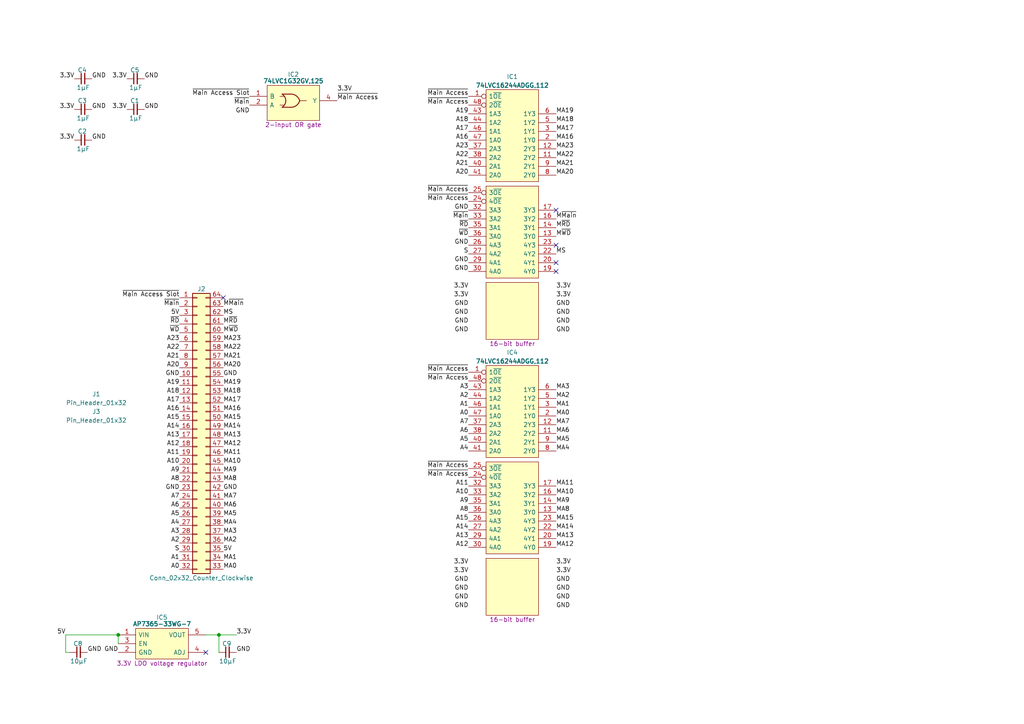
<source format=kicad_sch>
(kicad_sch (version 20230121) (generator eeschema)
  (paper "A4")
  (title_block (title "Main Memory Address") (date "2023-12-05") (rev "V0"))
  (lib_symbols
    (symbol "Connector_Generic:Conn_02x32_Counter_Clockwise" (pin_names (offset 1.016) hide)
      (property "Reference" "J" (at 1.27 40.64 0))
      (property "Value" "Conn_02x32_Counter_Clockwise" (at 1.27 -43.18 0))
      (symbol "Conn_02x32_Counter_Clockwise_1_1"
        (rectangle (start -1.27 -40.513) (end 0 -40.767) (stroke (width 0.1524)))
        (rectangle (start -1.27 -37.973) (end 0 -38.227) (stroke (width 0.1524)))
        (rectangle (start -1.27 -35.433) (end 0 -35.687) (stroke (width 0.1524)))
        (rectangle (start -1.27 -32.893) (end 0 -33.147) (stroke (width 0.1524)))
        (rectangle (start -1.27 -30.353) (end 0 -30.607) (stroke (width 0.1524)))
        (rectangle (start -1.27 -27.813) (end 0 -28.067) (stroke (width 0.1524)))
        (rectangle (start -1.27 -25.273) (end 0 -25.527) (stroke (width 0.1524)))
        (rectangle (start -1.27 -22.733) (end 0 -22.987) (stroke (width 0.1524)))
        (rectangle (start -1.27 -20.193) (end 0 -20.447) (stroke (width 0.1524)))
        (rectangle (start -1.27 -17.653) (end 0 -17.907) (stroke (width 0.1524)))
        (rectangle (start -1.27 -15.113) (end 0 -15.367) (stroke (width 0.1524)))
        (rectangle (start -1.27 -12.573) (end 0 -12.827) (stroke (width 0.1524)))
        (rectangle (start -1.27 -10.033) (end 0 -10.287) (stroke (width 0.1524)))
        (rectangle (start -1.27 -7.493) (end 0 -7.747) (stroke (width 0.1524)))
        (rectangle (start -1.27 -4.953) (end 0 -5.207) (stroke (width 0.1524)))
        (rectangle (start -1.27 -2.413) (end 0 -2.667) (stroke (width 0.1524)))
        (rectangle (start -1.27 0.127) (end 0 -0.127) (stroke (width 0.1524)))
        (rectangle (start -1.27 2.667) (end 0 2.413) (stroke (width 0.1524)))
        (rectangle (start -1.27 5.207) (end 0 4.953) (stroke (width 0.1524)))
        (rectangle (start -1.27 7.747) (end 0 7.493) (stroke (width 0.1524)))
        (rectangle (start -1.27 10.287) (end 0 10.033) (stroke (width 0.1524)))
        (rectangle (start -1.27 12.827) (end 0 12.573) (stroke (width 0.1524)))
        (rectangle (start -1.27 15.367) (end 0 15.113) (stroke (width 0.1524)))
        (rectangle (start -1.27 17.907) (end 0 17.653) (stroke (width 0.1524)))
        (rectangle (start -1.27 20.447) (end 0 20.193) (stroke (width 0.1524)))
        (rectangle (start -1.27 22.987) (end 0 22.733) (stroke (width 0.1524)))
        (rectangle (start -1.27 25.527) (end 0 25.273) (stroke (width 0.1524)))
        (rectangle (start -1.27 28.067) (end 0 27.813) (stroke (width 0.1524)))
        (rectangle (start -1.27 30.607) (end 0 30.353) (stroke (width 0.1524)))
        (rectangle (start -1.27 33.147) (end 0 32.893) (stroke (width 0.1524)))
        (rectangle (start -1.27 35.687) (end 0 35.433) (stroke (width 0.1524)))
        (rectangle (start -1.27 38.227) (end 0 37.973) (stroke (width 0.1524)))
        (rectangle (start -1.27 39.37) (end 3.81 -41.91) (stroke (width 0.254)) (fill (type background)))
        (rectangle (start 3.81 -40.513) (end 2.54 -40.767) (stroke (width 0.1524)))
        (rectangle (start 3.81 -37.973) (end 2.54 -38.227) (stroke (width 0.1524)))
        (rectangle (start 3.81 -35.433) (end 2.54 -35.687) (stroke (width 0.1524)))
        (rectangle (start 3.81 -32.893) (end 2.54 -33.147) (stroke (width 0.1524)))
        (rectangle (start 3.81 -30.353) (end 2.54 -30.607) (stroke (width 0.1524)))
        (rectangle (start 3.81 -27.813) (end 2.54 -28.067) (stroke (width 0.1524)))
        (rectangle (start 3.81 -25.273) (end 2.54 -25.527) (stroke (width 0.1524)))
        (rectangle (start 3.81 -22.733) (end 2.54 -22.987) (stroke (width 0.1524)))
        (rectangle (start 3.81 -20.193) (end 2.54 -20.447) (stroke (width 0.1524)))
        (rectangle (start 3.81 -17.653) (end 2.54 -17.907) (stroke (width 0.1524)))
        (rectangle (start 3.81 -15.113) (end 2.54 -15.367) (stroke (width 0.1524)))
        (rectangle (start 3.81 -12.573) (end 2.54 -12.827) (stroke (width 0.1524)))
        (rectangle (start 3.81 -10.033) (end 2.54 -10.287) (stroke (width 0.1524)))
        (rectangle (start 3.81 -7.493) (end 2.54 -7.747) (stroke (width 0.1524)))
        (rectangle (start 3.81 -4.953) (end 2.54 -5.207) (stroke (width 0.1524)))
        (rectangle (start 3.81 -2.413) (end 2.54 -2.667) (stroke (width 0.1524)))
        (rectangle (start 3.81 0.127) (end 2.54 -0.127) (stroke (width 0.1524)))
        (rectangle (start 3.81 2.667) (end 2.54 2.413) (stroke (width 0.1524)))
        (rectangle (start 3.81 5.207) (end 2.54 4.953) (stroke (width 0.1524)))
        (rectangle (start 3.81 7.747) (end 2.54 7.493) (stroke (width 0.1524)))
        (rectangle (start 3.81 10.287) (end 2.54 10.033) (stroke (width 0.1524)))
        (rectangle (start 3.81 12.827) (end 2.54 12.573) (stroke (width 0.1524)))
        (rectangle (start 3.81 15.367) (end 2.54 15.113) (stroke (width 0.1524)))
        (rectangle (start 3.81 17.907) (end 2.54 17.653) (stroke (width 0.1524)))
        (rectangle (start 3.81 20.447) (end 2.54 20.193) (stroke (width 0.1524)))
        (rectangle (start 3.81 22.987) (end 2.54 22.733) (stroke (width 0.1524)))
        (rectangle (start 3.81 25.527) (end 2.54 25.273) (stroke (width 0.1524)))
        (rectangle (start 3.81 28.067) (end 2.54 27.813) (stroke (width 0.1524)))
        (rectangle (start 3.81 30.607) (end 2.54 30.353) (stroke (width 0.1524)))
        (rectangle (start 3.81 33.147) (end 2.54 32.893) (stroke (width 0.1524)))
        (rectangle (start 3.81 35.687) (end 2.54 35.433) (stroke (width 0.1524)))
        (rectangle (start 3.81 38.227) (end 2.54 37.973) (stroke (width 0.1524)))
        (pin passive line (at -5.08 38.1 0) (length 3.81) (name "Pin_1") (number "1"))
        (pin passive line (at -5.08 15.24 0) (length 3.81) (name "Pin_10") (number "10"))
        (pin passive line (at -5.08 12.7 0) (length 3.81) (name "Pin_11") (number "11"))
        (pin passive line (at -5.08 10.16 0) (length 3.81) (name "Pin_12") (number "12"))
        (pin passive line (at -5.08 7.62 0) (length 3.81) (name "Pin_13") (number "13"))
        (pin passive line (at -5.08 5.08 0) (length 3.81) (name "Pin_14") (number "14"))
        (pin passive line (at -5.08 2.54 0) (length 3.81) (name "Pin_15") (number "15"))
        (pin passive line (at -5.08 0 0) (length 3.81) (name "Pin_16") (number "16"))
        (pin passive line (at -5.08 -2.54 0) (length 3.81) (name "Pin_17") (number "17"))
        (pin passive line (at -5.08 -5.08 0) (length 3.81) (name "Pin_18") (number "18"))
        (pin passive line (at -5.08 -7.62 0) (length 3.81) (name "Pin_19") (number "19"))
        (pin passive line (at -5.08 35.56 0) (length 3.81) (name "Pin_2") (number "2"))
        (pin passive line (at -5.08 -10.16 0) (length 3.81) (name "Pin_20") (number "20"))
        (pin passive line (at -5.08 -12.7 0) (length 3.81) (name "Pin_21") (number "21"))
        (pin passive line (at -5.08 -15.24 0) (length 3.81) (name "Pin_22") (number "22"))
        (pin passive line (at -5.08 -17.78 0) (length 3.81) (name "Pin_23") (number "23"))
        (pin passive line (at -5.08 -20.32 0) (length 3.81) (name "Pin_24") (number "24"))
        (pin passive line (at -5.08 -22.86 0) (length 3.81) (name "Pin_25") (number "25"))
        (pin passive line (at -5.08 -25.4 0) (length 3.81) (name "Pin_26") (number "26"))
        (pin passive line (at -5.08 -27.94 0) (length 3.81) (name "Pin_27") (number "27"))
        (pin passive line (at -5.08 -30.48 0) (length 3.81) (name "Pin_28") (number "28"))
        (pin passive line (at -5.08 -33.02 0) (length 3.81) (name "Pin_29") (number "29"))
        (pin passive line (at -5.08 33.02 0) (length 3.81) (name "Pin_3") (number "3"))
        (pin passive line (at -5.08 -35.56 0) (length 3.81) (name "Pin_30") (number "30"))
        (pin passive line (at -5.08 -38.1 0) (length 3.81) (name "Pin_31") (number "31"))
        (pin passive line (at -5.08 -40.64 0) (length 3.81) (name "Pin_32") (number "32"))
        (pin passive line (at 7.62 -40.64 180) (length 3.81) (name "Pin_33") (number "33"))
        (pin passive line (at 7.62 -38.1 180) (length 3.81) (name "Pin_34") (number "34"))
        (pin passive line (at 7.62 -35.56 180) (length 3.81) (name "Pin_35") (number "35"))
        (pin passive line (at 7.62 -33.02 180) (length 3.81) (name "Pin_36") (number "36"))
        (pin passive line (at 7.62 -30.48 180) (length 3.81) (name "Pin_37") (number "37"))
        (pin passive line (at 7.62 -27.94 180) (length 3.81) (name "Pin_38") (number "38"))
        (pin passive line (at 7.62 -25.4 180) (length 3.81) (name "Pin_39") (number "39"))
        (pin passive line (at -5.08 30.48 0) (length 3.81) (name "Pin_4") (number "4"))
        (pin passive line (at 7.62 -22.86 180) (length 3.81) (name "Pin_40") (number "40"))
        (pin passive line (at 7.62 -20.32 180) (length 3.81) (name "Pin_41") (number "41"))
        (pin passive line (at 7.62 -17.78 180) (length 3.81) (name "Pin_42") (number "42"))
        (pin passive line (at 7.62 -15.24 180) (length 3.81) (name "Pin_43") (number "43"))
        (pin passive line (at 7.62 -12.7 180) (length 3.81) (name "Pin_44") (number "44"))
        (pin passive line (at 7.62 -10.16 180) (length 3.81) (name "Pin_45") (number "45"))
        (pin passive line (at 7.62 -7.62 180) (length 3.81) (name "Pin_46") (number "46"))
        (pin passive line (at 7.62 -5.08 180) (length 3.81) (name "Pin_47") (number "47"))
        (pin passive line (at 7.62 -2.54 180) (length 3.81) (name "Pin_48") (number "48"))
        (pin passive line (at 7.62 0 180) (length 3.81) (name "Pin_49") (number "49"))
        (pin passive line (at -5.08 27.94 0) (length 3.81) (name "Pin_5") (number "5"))
        (pin passive line (at 7.62 2.54 180) (length 3.81) (name "Pin_50") (number "50"))
        (pin passive line (at 7.62 5.08 180) (length 3.81) (name "Pin_51") (number "51"))
        (pin passive line (at 7.62 7.62 180) (length 3.81) (name "Pin_52") (number "52"))
        (pin passive line (at 7.62 10.16 180) (length 3.81) (name "Pin_53") (number "53"))
        (pin passive line (at 7.62 12.7 180) (length 3.81) (name "Pin_54") (number "54"))
        (pin passive line (at 7.62 15.24 180) (length 3.81) (name "Pin_55") (number "55"))
        (pin passive line (at 7.62 17.78 180) (length 3.81) (name "Pin_56") (number "56"))
        (pin passive line (at 7.62 20.32 180) (length 3.81) (name "Pin_57") (number "57"))
        (pin passive line (at 7.62 22.86 180) (length 3.81) (name "Pin_58") (number "58"))
        (pin passive line (at 7.62 25.4 180) (length 3.81) (name "Pin_59") (number "59"))
        (pin passive line (at -5.08 25.4 0) (length 3.81) (name "Pin_6") (number "6"))
        (pin passive line (at 7.62 27.94 180) (length 3.81) (name "Pin_60") (number "60"))
        (pin passive line (at 7.62 30.48 180) (length 3.81) (name "Pin_61") (number "61"))
        (pin passive line (at 7.62 33.02 180) (length 3.81) (name "Pin_62") (number "62"))
        (pin passive line (at 7.62 35.56 180) (length 3.81) (name "Pin_63") (number "63"))
        (pin passive line (at 7.62 38.1 180) (length 3.81) (name "Pin_64") (number "64"))
        (pin passive line (at -5.08 22.86 0) (length 3.81) (name "Pin_7") (number "7"))
        (pin passive line (at -5.08 20.32 0) (length 3.81) (name "Pin_8") (number "8"))
        (pin passive line (at -5.08 17.78 0) (length 3.81) (name "Pin_9") (number "9"))
      )
    )
    (symbol "Diodes_Inc:AP7365-33WG-7" (pin_names (offset 0.762))
      (property "Reference" "IC" (at 12.7 5.08 0))
      (property "Value" "AP7365-33WG-7" (at 12.7 3.175 0))
      (property "Description" "3.3V LDO voltage regulator" (at 12.7 -8.255 0))
      (symbol "AP7365-33WG-7_0_0"
        (pin passive line (at 0 0 0) (length 5.08) (name "VIN") (number "1"))
        (pin passive line (at 0 -5.08 0) (length 5.08) (name "GND") (number "2"))
        (pin input line (at 0 -2.54 0) (length 5.08) (name "EN") (number "3"))
        (pin passive line (at 25.4 -5.08 180) (length 5.08) (name "ADJ") (number "4"))
        (pin passive line (at 25.4 0 180) (length 5.08) (name "VOUT") (number "5"))
      )
      (symbol "AP7365-33WG-7_0_1"
        (polyline (pts (xy 5.08 1.905) (xy 20.32 1.905) (xy 20.32 -6.985) (xy 5.08 -6.985) (xy 5.08 1.905)) (fill (type background)))
      )
    )
    (symbol "HCP65:C_0805" (pin_numbers hide) (pin_names (offset 0.254) hide)
      (property "Reference" "C" (at 2.286 2.54 0))
      (property "Value" "?μF" (at 2.54 -2.54 0))
      (symbol "C_0805_0_1"
        (polyline (pts (xy 1.9685 -1.4605) (xy 1.9685 1.5875)) (stroke (width 0.3048)))
        (polyline (pts (xy 2.9845 -1.4605) (xy 2.9845 1.5875)) (stroke (width 0.3302)))
      )
      (symbol "C_0805_1_1"
        (pin passive line (at 0 0 0) (length 2.032) (name "~") (number "1"))
        (pin passive line (at 5.08 0 180) (length 2.032) (name "~") (number "2"))
      )
    )
    (symbol "HCP65:Pin_Header_01x32" (pin_names (offset 1.016) hide)
      (property "Reference" "J" (at 0 1.27 0))
      (property "Value" "Pin_Header_01x32" (at 0 -1.27 0))
    )
    (symbol "Nexperia:74LVC16244ADGG,112" (pin_names (offset 0.762))
      (property "Reference" "IC" (at 12.7 5.715 0))
      (property "Value" "74LVC16244ADGG,112" (at 12.7 3.175 0))
      (property "Description" "16-bit buffer" (at 12.7 -71.755 0))
      (symbol "74LVC16244ADGG,112_0_0"
        (pin input inverted (at 0 0 0) (length 5.08) (name "1~{OE}") (number "1"))
        (pin tri_state line (at 25.4 -17.78 180) (length 5.08) (name "2Y2") (number "11"))
        (pin tri_state line (at 25.4 -15.24 180) (length 5.08) (name "2Y3") (number "12"))
        (pin tri_state line (at 25.4 -40.64 180) (length 5.08) (name "3Y0") (number "13"))
        (pin tri_state line (at 25.4 -38.1 180) (length 5.08) (name "3Y1") (number "14"))
        (pin tri_state line (at 25.4 -35.56 180) (length 5.08) (name "3Y2") (number "16"))
        (pin tri_state line (at 25.4 -50.8 180) (length 5.08) (name "4Y0") (number "19"))
        (pin tri_state line (at 25.4 -12.7 180) (length 5.08) (name "1Y0") (number "2"))
        (pin tri_state line (at 25.4 -48.26 180) (length 5.08) (name "4Y1") (number "20"))
        (pin tri_state line (at 25.4 -45.72 180) (length 5.08) (name "4Y2") (number "22"))
        (pin tri_state line (at 25.4 -43.18 180) (length 5.08) (name "4Y3") (number "23"))
        (pin input inverted (at 0 -30.48 0) (length 5.08) (name "4~{OE}") (number "24"))
        (pin input inverted (at 0 -27.94 0) (length 5.08) (name "3~{OE}") (number "25"))
        (pin input line (at 0 -43.18 0) (length 5.08) (name "4A3") (number "26"))
        (pin input line (at 0 -45.72 0) (length 5.08) (name "4A2") (number "27"))
        (pin input line (at 0 -48.26 0) (length 5.08) (name "4A1") (number "29"))
        (pin tri_state line (at 25.4 -10.16 180) (length 5.08) (name "1Y1") (number "3"))
        (pin input line (at 0 -50.8 0) (length 5.08) (name "4A0") (number "30"))
        (pin input line (at 0 -33.02 0) (length 5.08) (name "3A3") (number "32"))
        (pin input line (at 0 -35.56 0) (length 5.08) (name "3A2") (number "33"))
        (pin input line (at 0 -38.1 0) (length 5.08) (name "3A1") (number "35"))
        (pin input line (at 0 -40.64 0) (length 5.08) (name "3A0") (number "36"))
        (pin input line (at 0 -15.24 0) (length 5.08) (name "2A3") (number "37"))
        (pin input line (at 0 -17.78 0) (length 5.08) (name "2A2") (number "38"))
        (pin input line (at 0 -20.32 0) (length 5.08) (name "2A1") (number "40"))
        (pin input line (at 0 -5.08 0) (length 5.08) (name "1A3") (number "43"))
        (pin input line (at 0 -7.62 0) (length 5.08) (name "1A2") (number "44"))
        (pin input line (at 0 -10.16 0) (length 5.08) (name "1A1") (number "46"))
        (pin input line (at 0 -12.7 0) (length 5.08) (name "1A0") (number "47"))
        (pin input inverted (at 0 -2.54 0) (length 5.08) (name "2~{OE}") (number "48"))
        (pin tri_state line (at 25.4 -7.62 180) (length 5.08) (name "1Y2") (number "5"))
        (pin tri_state line (at 25.4 -5.08 180) (length 5.08) (name "1Y3") (number "6"))
        (pin tri_state line (at 25.4 -22.86 180) (length 5.08) (name "2Y0") (number "8"))
        (pin tri_state line (at 25.4 -20.32 180) (length 5.08) (name "2Y1") (number "9"))
      )
      (symbol "74LVC16244ADGG,112_0_1"
        (polyline (pts (xy 5.08 -53.975) (xy 20.32 -53.975) (xy 20.32 -70.485) (xy 5.08 -70.485) (xy 5.08 -53.975)) (stroke (width 0.1524)) (fill (type background)))
        (polyline (pts (xy 5.08 -26.035) (xy 20.32 -26.035) (xy 20.32 -52.705) (xy 5.08 -52.705) (xy 5.08 -26.035)) (stroke (width 0.1524)) (fill (type background)))
        (polyline (pts (xy 5.08 1.905) (xy 20.32 1.905) (xy 20.32 -24.765) (xy 5.08 -24.765) (xy 5.08 1.905)) (stroke (width 0.1524)) (fill (type background)))
      )
      (symbol "74LVC16244ADGG,112_1_0"
        (pin passive line (at 0 -63.5 0) (length 5.08) hide (name "GND") (number "10"))
        (pin passive line (at 0 -66.04 0) (length 5.08) hide (name "GND") (number "15"))
        (pin tri_state line (at 25.4 -33.02 180) (length 5.08) (name "3Y3") (number "17"))
        (pin passive line (at 0 -58.42 0) (length 5.08) hide (name "3V") (number "18"))
        (pin passive line (at 0 -68.58 0) (length 5.08) hide (name "GND") (number "21"))
        (pin passive line (at 25.4 -68.58 180) (length 5.08) hide (name "GND") (number "28"))
        (pin passive line (at 25.4 -58.42 180) (length 5.08) hide (name "3V") (number "31"))
        (pin passive line (at 25.4 -66.04 180) (length 5.08) hide (name "GND") (number "34"))
        (pin passive line (at 25.4 -63.5 180) (length 5.08) hide (name "GND") (number "39"))
        (pin passive line (at 0 -60.96 0) (length 5.08) hide (name "GND") (number "4"))
        (pin input line (at 0 -22.86 0) (length 5.08) (name "2A0") (number "41"))
        (pin passive line (at 25.4 -55.88 180) (length 5.08) hide (name "3V") (number "42"))
        (pin passive line (at 25.4 -60.96 180) (length 5.08) hide (name "GND") (number "45"))
        (pin passive line (at 0 -55.88 0) (length 5.08) hide (name "3V") (number "7"))
      )
    )
    (symbol "Nexperia:74LVC1G32GV,125" (pin_names (offset 0.762))
      (property "Reference" "IC" (at 12.7 6.35 0))
      (property "Value" "74LVC1G32GV,125" (at 12.7 4.445 0))
      (property "Description" "2-input OR gate" (at 12.7 -8.255 0))
      (symbol "74LVC1G32GV,125_0_0"
        (pin input line (at 0 0 0) (length 5.08) (name "B") (number "1"))
        (pin input line (at 0 -2.54 0) (length 5.08) (name "A") (number "2"))
        (pin passive line (at 0 -5.08 0) (length 5.08) hide (name "GND") (number "3"))
        (pin output line (at 25.4 -1.27 180) (length 5.08) (name "Y") (number "4"))
        (pin passive line (at 25.4 1.27 180) (length 5.08) hide (name "3V") (number "5"))
      )
      (symbol "74LVC1G32GV,125_0_1"
        (polyline (pts (xy 8.802 -2.54) (xy 10.0719 -2.54)))
        (polyline (pts (xy 8.802 0) (xy 10.0719 0)))
        (polyline (pts (xy 11.977 -3.175) (xy 9.437 -3.175)) (stroke (width 0.254)) (fill (type background)))
        (polyline (pts (xy 11.977 0.635) (xy 9.437 0.635)) (stroke (width 0.254)) (fill (type background)))
        (polyline (pts (xy 14.605 -1.27) (xy 16.51 -1.27)))
        (polyline (pts (xy 5.08 3.175) (xy 20.32 3.175) (xy 20.32 -6.985) (xy 5.08 -6.985) (xy 5.08 3.175)) (stroke (width 0.1524)) (fill (type background)))
        (arc (start 9.437 -3.175) (mid 10.4969 -1.27) (end 9.437 0.635) (stroke (width 0.254)))
        (arc (start 11.977 -3.175) (mid 13.5751 -2.6601) (end 14.517 -1.27) (stroke (width 0.254)))
        (arc (start 14.517 -1.27) (mid 13.5761 0.1213) (end 11.977 0.635) (stroke (width 0.254)))
      )
    )
  )
  (junction (at 34.29 184.15))
  (junction (at 63.5 184.15))
  (no_connect (at 161.29 60.96))
  (no_connect (at 59.69 189.23))
  (no_connect (at 161.29 76.2))
  (no_connect (at 161.29 71.12))
  (no_connect (at 161.29 78.74))
  (no_connect (at 64.77 86.36))
  (wire (pts (xy 63.5 189.23) (xy 63.5 184.15)))
  (wire (pts (xy 19.05 184.15) (xy 34.29 184.15)))
  (wire (pts (xy 34.29 184.15) (xy 34.29 186.69)))
  (wire (pts (xy 59.69 184.15) (xy 63.5 184.15)))
  (wire (pts (xy 19.05 184.15) (xy 19.05 189.23)))
  (wire (pts (xy 19.05 189.23) (xy 20.32 189.23)))
  (wire (pts (xy 63.5 184.15) (xy 68.58 184.15)))
  (label "GND" (at 161.29 93.98 0))
  (label "A21" (at 135.89 48.26 180))
  (label "A12" (at 52.07 129.54 180))
  (label "MA12" (at 64.77 129.54 0))
  (label "M~{Main}" (at 161.29 63.5 0))
  (label "GND" (at 41.91 22.86 0))
  (label "A20" (at 135.89 50.8 180))
  (label "A9" (at 52.07 137.16 180))
  (label "A22" (at 52.07 101.6 180))
  (label "A10" (at 135.89 143.51 180))
  (label "MA0" (at 161.29 120.65 0))
  (label "~{Main}" (at 52.07 88.9 180))
  (label "MA14" (at 64.77 124.46 0))
  (label "3.3V" (at 21.59 22.86 180))
  (label "M~{WD}" (at 161.29 68.58 0))
  (label "MA12" (at 161.29 158.75 0))
  (label "MA4" (at 161.29 130.81 0))
  (label "~{WD}" (at 52.07 96.52 180))
  (label "A1" (at 135.89 118.11 180))
  (label "MA8" (at 161.29 148.59 0))
  (label "MA16" (at 161.29 40.64 0))
  (label "GND" (at 135.89 76.2 180))
  (label "3.3V" (at 161.29 86.36 0))
  (label "MA5" (at 64.77 149.86 0))
  (label "GND" (at 161.29 171.45 0))
  (label "A14" (at 52.07 124.46 180))
  (label "GND" (at 68.58 189.23 0))
  (label "MA13" (at 161.29 156.21 0))
  (label "GND" (at 26.67 31.75 0))
  (label "A6" (at 135.89 125.73 180))
  (label "A8" (at 52.07 139.7 180))
  (label "MA6" (at 161.29 125.73 0))
  (label "A6" (at 52.07 147.32 180))
  (label "S" (at 135.89 73.66 180))
  (label "MA0" (at 64.77 165.1 0))
  (label "GND" (at 26.67 22.86 0))
  (label "MA15" (at 161.29 151.13 0))
  (label "A5" (at 135.89 128.27 180))
  (label "GND" (at 161.29 96.52 0))
  (label "A7" (at 135.89 123.19 180))
  (label "MA21" (at 64.77 104.14 0))
  (label "MA19" (at 64.77 111.76 0))
  (label "A19" (at 52.07 111.76 180))
  (label "3.3V" (at 161.29 166.37 0))
  (label "MA3" (at 161.29 113.03 0))
  (label "MA21" (at 161.29 48.26 0))
  (label "MA6" (at 64.77 147.32 0))
  (label "MA17" (at 64.77 116.84 0))
  (label "GND" (at 25.4 189.23 0))
  (label "5V" (at 19.05 184.15 180))
  (label "A17" (at 135.89 38.1 180))
  (label "~{Main Access}" (at 135.89 135.89 180))
  (label "MA23" (at 64.77 99.06 0))
  (label "GND" (at 135.89 60.96 180))
  (label "A16" (at 52.07 119.38 180))
  (label "GND" (at 135.89 171.45 180))
  (label "A12" (at 135.89 158.75 180))
  (label "A9" (at 135.89 146.05 180))
  (label "GND" (at 135.89 173.99 180))
  (label "A3" (at 135.89 113.03 180))
  (label "GND" (at 34.29 189.23 180))
  (label "~{RD}" (at 52.07 93.98 180))
  (label "GND" (at 135.89 88.9 180))
  (label "MA11" (at 161.29 140.97 0))
  (label "3.3V" (at 135.89 166.37 180))
  (label "3.3V" (at 97.79 26.67 0))
  (label "A4" (at 52.07 152.4 180))
  (label "MA1" (at 64.77 162.56 0))
  (label "A8" (at 135.89 148.59 180))
  (label "GND" (at 64.77 142.24 0))
  (label "A15" (at 52.07 121.92 180))
  (label "3.3V" (at 21.59 31.75 180))
  (label "S" (at 52.07 160.02 180))
  (label "5V" (at 52.07 91.44 180))
  (label "A2" (at 135.89 115.57 180))
  (label "MA15" (at 64.77 121.92 0))
  (label "GND" (at 161.29 91.44 0))
  (label "MS" (at 161.29 73.66 0))
  (label "A18" (at 135.89 35.56 180))
  (label "MA7" (at 64.77 144.78 0))
  (label "3.3V" (at 36.83 31.75 180))
  (label "M~{RD}" (at 64.77 93.98 0))
  (label "MA7" (at 161.29 123.19 0))
  (label "MA22" (at 161.29 45.72 0))
  (label "A0" (at 52.07 165.1 180))
  (label "3.3V" (at 161.29 163.83 0))
  (label "GND" (at 64.77 109.22 0))
  (label "~{RD}" (at 135.89 66.04 180))
  (label "A15" (at 135.89 151.13 180))
  (label "M~{Main}" (at 64.77 88.9 0))
  (label "MA16" (at 64.77 119.38 0))
  (label "MA10" (at 161.29 143.51 0))
  (label "A19" (at 135.89 33.02 180))
  (label "A14" (at 135.89 153.67 180))
  (label "~{Main Access}" (at 135.89 107.95 180))
  (label "MA11" (at 64.77 132.08 0))
  (label "A4" (at 135.89 130.81 180))
  (label "GND" (at 135.89 71.12 180))
  (label "GND" (at 135.89 96.52 180))
  (label "3.3V" (at 36.83 22.86 180))
  (label "MA13" (at 64.77 127 0))
  (label "GND" (at 72.39 33.02 180))
  (label "MA17" (at 161.29 38.1 0))
  (label "~{Main}" (at 72.39 30.48 180))
  (label "MA23" (at 161.29 43.18 0))
  (label "A10" (at 52.07 134.62 180))
  (label "GND" (at 135.89 176.53 180))
  (label "~{WD}" (at 135.89 68.58 180))
  (label "MA9" (at 64.77 137.16 0))
  (label "A22" (at 135.89 45.72 180))
  (label "3.3V" (at 135.89 83.82 180))
  (label "~{Main}" (at 135.89 63.5 180))
  (label "GND" (at 52.07 142.24 180))
  (label "MA19" (at 161.29 33.02 0))
  (label "GND" (at 41.91 31.75 0))
  (label "GND" (at 161.29 88.9 0))
  (label "GND" (at 161.29 176.53 0))
  (label "A17" (at 52.07 116.84 180))
  (label "M~{WD}" (at 64.77 96.52 0))
  (label "~{Main Access Slot}" (at 52.07 86.36 180))
  (label "GND" (at 161.29 168.91 0))
  (label "A23" (at 52.07 99.06 180))
  (label "A7" (at 52.07 144.78 180))
  (label "GND" (at 26.67 40.64 0))
  (label "~{Main Access}" (at 97.79 29.21 0))
  (label "3.3V" (at 68.58 184.15 0))
  (label "MA18" (at 64.77 114.3 0))
  (label "MA4" (at 64.77 152.4 0))
  (label "GND" (at 161.29 173.99 0))
  (label "GND" (at 52.07 109.22 180))
  (label "MA2" (at 64.77 157.48 0))
  (label "A1" (at 52.07 162.56 180))
  (label "GND" (at 135.89 91.44 180))
  (label "5V" (at 64.77 160.02 0))
  (label "MA22" (at 64.77 101.6 0))
  (label "MA10" (at 64.77 134.62 0))
  (label "A23" (at 135.89 43.18 180))
  (label "MA1" (at 161.29 118.11 0))
  (label "MA8" (at 64.77 139.7 0))
  (label "A21" (at 52.07 104.14 180))
  (label "MA2" (at 161.29 115.57 0))
  (label "A11" (at 135.89 140.97 180))
  (label "3.3V" (at 135.89 86.36 180))
  (label "A2" (at 52.07 157.48 180))
  (label "A3" (at 52.07 154.94 180))
  (label "MA18" (at 161.29 35.56 0))
  (label "3.3V" (at 161.29 83.82 0))
  (label "~{Main Access}" (at 135.89 138.43 180))
  (label "~{Main Access}" (at 135.89 110.49 180))
  (label "MA14" (at 161.29 153.67 0))
  (label "~{Main Access}" (at 135.89 58.42 180))
  (label "MA20" (at 64.77 106.68 0))
  (label "~{Main Access Slot}" (at 72.39 27.94 180))
  (label "A16" (at 135.89 40.64 180))
  (label "~{Main Access}" (at 135.89 27.94 180))
  (label "A11" (at 52.07 132.08 180))
  (label "~{Main Access}" (at 135.89 30.48 180))
  (label "A13" (at 135.89 156.21 180))
  (label "3.3V" (at 21.59 40.64 180))
  (label "A13" (at 52.07 127 180))
  (label "A0" (at 135.89 120.65 180))
  (label "3.3V" (at 135.89 163.83 180))
  (label "GND" (at 135.89 93.98 180))
  (label "MA9" (at 161.29 146.05 0))
  (label "MA5" (at 161.29 128.27 0))
  (label "MA3" (at 64.77 154.94 0))
  (label "MA20" (at 161.29 50.8 0))
  (label "GND" (at 135.89 78.74 180))
  (label "A18" (at 52.07 114.3 180))
  (label "MS" (at 64.77 91.44 0))
  (label "M~{RD}" (at 161.29 66.04 0))
  (label "A20" (at 52.07 106.68 180))
  (label "~{Main Access}" (at 135.89 55.88 180))
  (label "GND" (at 135.89 168.91 180))
  (label "A5" (at 52.07 149.86 180))
  (symbol (lib_id "HCP65:C_0805") (at 21.59 31.75 0) (unit 1)
    (property "Reference" "C3" (at 23.876 29.21 0))
    (property "Value" "1μF" (at 24.13 34.29 0))
    (property "Footprint" "SamacSys_Parts:C_0805" (effects hide))
  )
  (symbol (lib_id "HCP65:C_0805") (at 21.59 40.64 0) (unit 1)
    (property "Reference" "C2" (at 23.876 38.1 0))
    (property "Value" "1μF" (at 24.13 43.18 0))
    (property "Footprint" "SamacSys_Parts:C_0805" (effects hide))
  )
  (symbol (lib_id "HCP65:Pin_Header_01x32") (at 27.94 115.57 0) (unit 1)
    (property "Reference" "J1" (at 27.94 114.3 0))
    (property "Value" "Pin_Header_01x32" (at 27.94 116.84 0))
    (property "Footprint" "SamacSys_Parts:PinHeader_1x32_P2.54mm_Vertical" (effects hide))
  )
  (symbol (lib_id "HCP65:C_0805") (at 20.32 189.23 0) (unit 1)
    (property "Reference" "C8" (at 22.606 186.69 0))
    (property "Value" "10µF" (at 20.32 191.77 0) (effects (justify left)))
    (property "Footprint" "SamacSys_Parts:C_0805" (effects hide))
  )
  (symbol (lib_id "HCP65:C_0805") (at 21.59 22.86 0) (unit 1)
    (property "Reference" "C4" (at 23.876 20.32 0))
    (property "Value" "1μF" (at 24.13 25.4 0))
    (property "Footprint" "SamacSys_Parts:C_0805" (effects hide))
  )
  (symbol (lib_id "Nexperia:74LVC1G32GV,125") (at 72.39 27.94 0) (unit 1)
    (property "Reference" "IC2" (at 85.09 21.59 0))
    (property "Value" "74LVC1G32GV,125" (at 85.09 23.495 0) (effects (font bold)))
    (property "Footprint" "SOT95P275X110-5N" (effects hide))
    (property "Datasheet" "https://assets.nexperia.com/documents/data-sheet/74LVC1G32.pdf" (effects hide))
    (property "Description" "2-input OR gate" (at 85.09 36.195 0))
    (property "Height" "1.1" (effects hide))
    (property "Manufacturer_Name" "Nexperia" (effects hide))
    (property "Manufacturer_Part_Number" "74LVC1G32GV,125" (effects hide))
    (property "Mouser Part Number" "771-LVC1G32GV125" (effects hide))
    (property "Mouser Price/Stock" "https://www.mouser.co.uk/ProductDetail/Nexperia/74LVC1G32GV125?qs=me8TqzrmIYXExQH4V9SARg%3D%3D" (effects hide))
    (property "Silkscreen" "'1G32" (effects hide))
  )
  (symbol (lib_id "HCP65:Pin_Header_01x32") (at 27.94 120.65 0) (unit 1)
    (property "Reference" "J3" (at 27.94 119.38 0))
    (property "Value" "Pin_Header_01x32" (at 27.94 121.92 0))
    (property "Footprint" "SamacSys_Parts:PinHeader_1x32_P2.54mm_Vertical" (effects hide))
  )
  (symbol (lib_id "Diodes_Inc:AP7365-33WG-7") (at 34.29 184.15 0) (unit 1)
    (property "Reference" "IC5" (at 46.99 179.07 0))
    (property "Value" "AP7365-33WG-7" (at 46.99 180.975 0) (effects (font bold)))
    (property "Footprint" "SOT95P285X130-5N" (effects hide))
    (property "Datasheet" "https://componentsearchengine.com/Datasheets/1/AP7365-33WG-7.pdf" (effects hide))
    (property "Description" "3.3V LDO voltage regulator" (at 46.99 192.405 0))
    (property "Height" "1.3" (effects hide))
    (property "Manufacturer_Name" "Diodes Inc." (effects hide))
    (property "Manufacturer_Part_Number" "AP7365-33WG-7" (effects hide))
    (property "Mouser Part Number" "621-AP7365-33WG-7" (effects hide))
    (property "Mouser Price/Stock" "https://www.mouser.co.uk/ProductDetail/Diodes-Incorporated/AP7365-33WG-7?qs=abZ1nkZpTuOZFvxvoFPL0w%3D%3D" (effects hide))
    (property "Arrow Part Number" "AP7365-33WG-7" (effects hide))
    (property "Arrow Price/Stock" "https://www.arrow.com/en/products/ap7365-33wg-7/diodes-incorporated?region=nac" (effects hide))
    (property "Silkscreen" "AP7365" (effects hide))
  )
  (symbol (lib_id "Nexperia:74LVC16244ADGG,112") (at 135.89 107.95 0) (unit 1)
    (property "Reference" "IC4" (at 148.59 102.235 0))
    (property "Value" "74LVC16244ADGG,112" (at 148.59 104.775 0) (effects (font bold)))
    (property "Footprint" "74LVC16244ADGG112" (effects hide))
    (property "Datasheet" "https://assets.nexperia.com/documents/data-sheet/74LVC_LVCH16244A.pdf" (effects hide))
    (property "Description" "16-bit buffer" (at 148.59 179.705 0))
    (property "Height" "1.2" (effects hide))
    (property "Manufacturer_Name" "Nexperia" (effects hide))
    (property "Manufacturer_Part_Number" "74LVC16244ADGG,112" (effects hide))
    (property "Mouser Part Number" "771-74LVC16244DG" (effects hide))
    (property "Mouser Price/Stock" "https://www.mouser.co.uk/ProductDetail/Nexperia/74LVC16244ADGG112?qs=qAI9lz2tHCO4%252BdMkKmxvXA%3D%3D" (effects hide))
    (property "Silkscreen" "74LVC16244" (effects hide))
  )
  (symbol (lib_id "HCP65:C_0805") (at 36.83 22.86 0) (unit 1)
    (property "Reference" "C5" (at 39.116 20.32 0))
    (property "Value" "1μF" (at 39.37 25.4 0))
    (property "Footprint" "SamacSys_Parts:C_0805" (effects hide))
  )
  (symbol (lib_id "HCP65:C_0805") (at 63.5 189.23 0) (unit 1)
    (property "Reference" "C9" (at 65.786 186.69 0))
    (property "Value" "10µF" (at 63.5 191.77 0) (effects (justify left)))
    (property "Footprint" "SamacSys_Parts:C_0805" (effects hide))
  )
  (symbol (lib_id "Connector_Generic:Conn_02x32_Counter_Clockwise") (at 57.15 124.46 0) (unit 1)
    (property "Reference" "J2" (at 58.42 83.82 0))
    (property "Value" "Conn_02x32_Counter_Clockwise" (at 58.42 167.64 0))
    (property "Footprint" "SamacSys_Parts:DIP-64_Board_W15.24mm" (effects hide))
  )
  (symbol (lib_id "HCP65:C_0805") (at 36.83 31.75 0) (unit 1)
    (property "Reference" "C1" (at 39.116 29.21 0))
    (property "Value" "1μF" (at 39.37 34.29 0))
    (property "Footprint" "SamacSys_Parts:C_0805" (effects hide))
  )
  (symbol (lib_id "Nexperia:74LVC16244ADGG,112") (at 135.89 27.94 0) (unit 1)
    (property "Reference" "IC1" (at 148.59 22.225 0))
    (property "Value" "74LVC16244ADGG,112" (at 148.59 24.765 0) (effects (font bold)))
    (property "Footprint" "74LVC16244ADGG112" (effects hide))
    (property "Datasheet" "https://assets.nexperia.com/documents/data-sheet/74LVC_LVCH16244A.pdf" (effects hide))
    (property "Description" "16-bit buffer" (at 148.59 99.695 0))
    (property "Height" "1.2" (effects hide))
    (property "Manufacturer_Name" "Nexperia" (effects hide))
    (property "Manufacturer_Part_Number" "74LVC16244ADGG,112" (effects hide))
    (property "Mouser Part Number" "771-74LVC16244DG" (effects hide))
    (property "Mouser Price/Stock" "https://www.mouser.co.uk/ProductDetail/Nexperia/74LVC16244ADGG112?qs=qAI9lz2tHCO4%252BdMkKmxvXA%3D%3D" (effects hide))
    (property "Silkscreen" "74LVC16244" (effects hide))
  )
)
</source>
